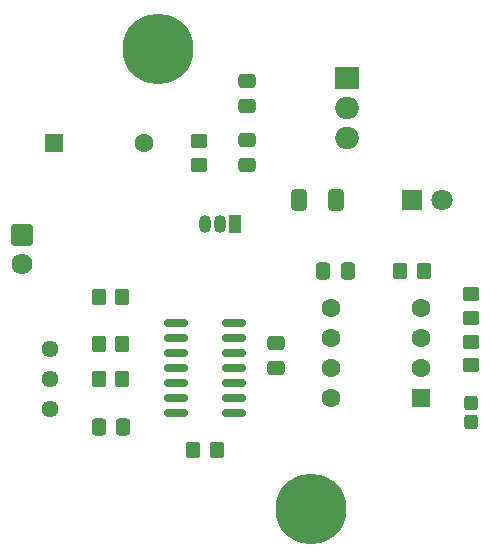
<source format=gbr>
%TF.GenerationSoftware,KiCad,Pcbnew,9.0.1*%
%TF.CreationDate,2025-04-27T19:27:19+01:00*%
%TF.ProjectId,PCB_IndicadorBateriaBaja,5043425f-496e-4646-9963-61646f724261,1*%
%TF.SameCoordinates,Original*%
%TF.FileFunction,Soldermask,Top*%
%TF.FilePolarity,Negative*%
%FSLAX46Y46*%
G04 Gerber Fmt 4.6, Leading zero omitted, Abs format (unit mm)*
G04 Created by KiCad (PCBNEW 9.0.1) date 2025-04-27 19:27:19*
%MOMM*%
%LPD*%
G01*
G04 APERTURE LIST*
G04 Aperture macros list*
%AMRoundRect*
0 Rectangle with rounded corners*
0 $1 Rounding radius*
0 $2 $3 $4 $5 $6 $7 $8 $9 X,Y pos of 4 corners*
0 Add a 4 corners polygon primitive as box body*
4,1,4,$2,$3,$4,$5,$6,$7,$8,$9,$2,$3,0*
0 Add four circle primitives for the rounded corners*
1,1,$1+$1,$2,$3*
1,1,$1+$1,$4,$5*
1,1,$1+$1,$6,$7*
1,1,$1+$1,$8,$9*
0 Add four rect primitives between the rounded corners*
20,1,$1+$1,$2,$3,$4,$5,0*
20,1,$1+$1,$4,$5,$6,$7,0*
20,1,$1+$1,$6,$7,$8,$9,0*
20,1,$1+$1,$8,$9,$2,$3,0*%
G04 Aperture macros list end*
%ADD10C,6.000000*%
%ADD11RoundRect,0.250000X0.550000X0.550000X-0.550000X0.550000X-0.550000X-0.550000X0.550000X-0.550000X0*%
%ADD12C,1.600000*%
%ADD13RoundRect,0.150000X-0.825000X-0.150000X0.825000X-0.150000X0.825000X0.150000X-0.825000X0.150000X0*%
%ADD14R,2.000000X1.905000*%
%ADD15O,2.000000X1.905000*%
%ADD16R,1.050000X1.500000*%
%ADD17O,1.050000X1.500000*%
%ADD18RoundRect,0.250000X-0.550000X-0.550000X0.550000X-0.550000X0.550000X0.550000X-0.550000X0.550000X0*%
%ADD19C,1.440000*%
%ADD20RoundRect,0.250000X-0.450000X0.350000X-0.450000X-0.350000X0.450000X-0.350000X0.450000X0.350000X0*%
%ADD21RoundRect,0.250000X0.450000X-0.350000X0.450000X0.350000X-0.450000X0.350000X-0.450000X-0.350000X0*%
%ADD22RoundRect,0.250000X0.350000X0.450000X-0.350000X0.450000X-0.350000X-0.450000X0.350000X-0.450000X0*%
%ADD23RoundRect,0.250000X-0.350000X-0.450000X0.350000X-0.450000X0.350000X0.450000X-0.350000X0.450000X0*%
%ADD24RoundRect,0.102000X0.787500X-0.787500X0.787500X0.787500X-0.787500X0.787500X-0.787500X-0.787500X0*%
%ADD25C,1.779000*%
%ADD26R,1.800000X1.800000*%
%ADD27C,1.800000*%
%ADD28RoundRect,0.250000X-0.315000X0.382500X-0.315000X-0.382500X0.315000X-0.382500X0.315000X0.382500X0*%
%ADD29RoundRect,0.250000X-0.337500X-0.475000X0.337500X-0.475000X0.337500X0.475000X-0.337500X0.475000X0*%
%ADD30RoundRect,0.250000X-0.412500X-0.650000X0.412500X-0.650000X0.412500X0.650000X-0.412500X0.650000X0*%
%ADD31RoundRect,0.250000X0.475000X-0.337500X0.475000X0.337500X-0.475000X0.337500X-0.475000X-0.337500X0*%
%ADD32RoundRect,0.250000X0.337500X0.475000X-0.337500X0.475000X-0.337500X-0.475000X0.337500X-0.475000X0*%
%ADD33RoundRect,0.250000X-0.475000X0.337500X-0.475000X-0.337500X0.475000X-0.337500X0.475000X0.337500X0*%
G04 APERTURE END LIST*
D10*
%TO.C,H2*%
X75670000Y-74380000D03*
%TD*%
%TO.C,H1*%
X62670000Y-35380000D03*
%TD*%
D11*
%TO.C,U4*%
X85000000Y-65000000D03*
D12*
X85000000Y-62460000D03*
X85000000Y-59920000D03*
X85000000Y-57380000D03*
X77380000Y-57380000D03*
X77380000Y-59920000D03*
X77380000Y-62460000D03*
X77380000Y-65000000D03*
%TD*%
D13*
%TO.C,U3*%
X64195000Y-58570000D03*
X64195000Y-59840000D03*
X64195000Y-61110000D03*
X64195000Y-62380000D03*
X64195000Y-63650000D03*
X64195000Y-64920000D03*
X64195000Y-66190000D03*
X69145000Y-66190000D03*
X69145000Y-64920000D03*
X69145000Y-63650000D03*
X69145000Y-62380000D03*
X69145000Y-61110000D03*
X69145000Y-59840000D03*
X69145000Y-58570000D03*
%TD*%
D14*
%TO.C,U2*%
X78725000Y-37840000D03*
D15*
X78725000Y-40380000D03*
X78725000Y-42920000D03*
%TD*%
D16*
%TO.C,U1*%
X69195000Y-50190000D03*
D17*
X67925000Y-50190000D03*
X66655000Y-50190000D03*
%TD*%
D18*
%TO.C,SW1*%
X53865000Y-43392500D03*
D12*
X61485000Y-43392500D03*
%TD*%
D19*
%TO.C,RV1*%
X53580000Y-60840000D03*
X53580000Y-63380000D03*
X53580000Y-65920000D03*
%TD*%
D20*
%TO.C,R8*%
X89195000Y-56190000D03*
X89195000Y-58190000D03*
%TD*%
D21*
%TO.C,R7*%
X89195000Y-62190000D03*
X89195000Y-60190000D03*
%TD*%
D22*
%TO.C,R6*%
X85195000Y-54190000D03*
X83195000Y-54190000D03*
%TD*%
D23*
%TO.C,R5*%
X65670000Y-69380000D03*
X67670000Y-69380000D03*
%TD*%
%TO.C,R4*%
X57670000Y-56380000D03*
X59670000Y-56380000D03*
%TD*%
D22*
%TO.C,R3*%
X59670000Y-63380000D03*
X57670000Y-63380000D03*
%TD*%
D23*
%TO.C,R2*%
X57670000Y-60380000D03*
X59670000Y-60380000D03*
%TD*%
D20*
%TO.C,R1*%
X66195000Y-43190000D03*
X66195000Y-45190000D03*
%TD*%
D24*
%TO.C,J1*%
X51195000Y-51130000D03*
D25*
X51195000Y-53630000D03*
%TD*%
D26*
%TO.C,D1*%
X84195000Y-48190000D03*
D27*
X86735000Y-48190000D03*
%TD*%
D28*
%TO.C,C7*%
X89195000Y-65387500D03*
X89195000Y-66992500D03*
%TD*%
D29*
%TO.C,C6*%
X76670000Y-54190000D03*
X78745000Y-54190000D03*
%TD*%
D30*
%TO.C,C5*%
X74632500Y-48190000D03*
X77757500Y-48190000D03*
%TD*%
D31*
%TO.C,C4*%
X70195000Y-45227500D03*
X70195000Y-43152500D03*
%TD*%
%TO.C,C3*%
X72670000Y-62417500D03*
X72670000Y-60342500D03*
%TD*%
D32*
%TO.C,C2*%
X59745000Y-67380000D03*
X57670000Y-67380000D03*
%TD*%
D33*
%TO.C,C1*%
X70195000Y-38152500D03*
X70195000Y-40227500D03*
%TD*%
M02*

</source>
